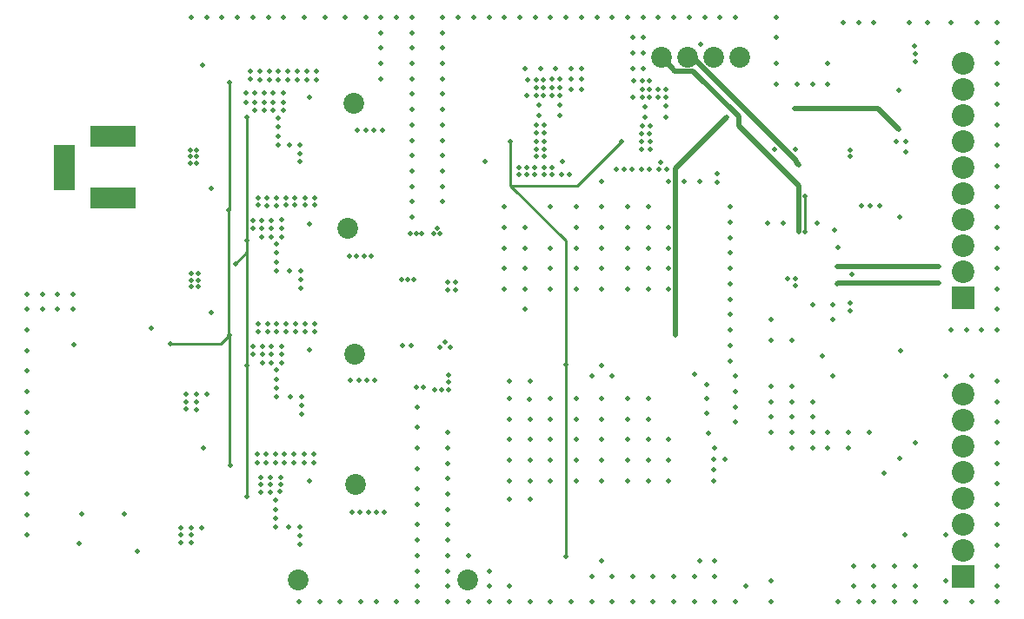
<source format=gbr>
G04 #@! TF.GenerationSoftware,KiCad,Pcbnew,5.1.5-52549c5~84~ubuntu18.04.1*
G04 #@! TF.CreationDate,2019-12-01T16:37:40+01:00*
G04 #@! TF.ProjectId,power_control_ipe_v1,706f7765-725f-4636-9f6e-74726f6c5f69,rev?*
G04 #@! TF.SameCoordinates,Original*
G04 #@! TF.FileFunction,Copper,L3,Inr*
G04 #@! TF.FilePolarity,Positive*
%FSLAX46Y46*%
G04 Gerber Fmt 4.6, Leading zero omitted, Abs format (unit mm)*
G04 Created by KiCad (PCBNEW 5.1.5-52549c5~84~ubuntu18.04.1) date 2019-12-01 16:37:40*
%MOMM*%
%LPD*%
G04 APERTURE LIST*
%ADD10C,2.020000*%
%ADD11C,2.200000*%
%ADD12R,2.200000X2.200000*%
%ADD13R,4.500000X2.000000*%
%ADD14R,2.000000X4.500000*%
%ADD15C,0.500000*%
%ADD16C,0.508000*%
%ADD17C,0.250000*%
G04 APERTURE END LIST*
D10*
X190524200Y-149769600D03*
X189799200Y-124744600D03*
X190399200Y-112594600D03*
X190474200Y-136994600D03*
X184974200Y-159044600D03*
X201424200Y-159069600D03*
D11*
X249694200Y-140889600D03*
X249694200Y-143429600D03*
X249694200Y-145969600D03*
X249694200Y-148509600D03*
X249694200Y-151049600D03*
X249694200Y-153589600D03*
X249694200Y-156129600D03*
D12*
X249694200Y-158669600D03*
D11*
X249684200Y-108659600D03*
X249684200Y-111199600D03*
X249684200Y-113739600D03*
X249684200Y-116279600D03*
X249684200Y-118819600D03*
X249684200Y-121359600D03*
X249684200Y-123899600D03*
X249684200Y-126439600D03*
X249684200Y-128979600D03*
D12*
X249684200Y-131519600D03*
D10*
X220294200Y-108119600D03*
X222834200Y-108119600D03*
X225374200Y-108119600D03*
X227914200Y-108119600D03*
D13*
X166878000Y-115795800D03*
X166878000Y-121795800D03*
D14*
X162178000Y-118795800D03*
D15*
X170599200Y-134525000D03*
X175024200Y-117169600D03*
X175024200Y-117769600D03*
X175024200Y-118369600D03*
X174424200Y-117169600D03*
X174424200Y-117769600D03*
X174424200Y-118369600D03*
X174494200Y-129199600D03*
X175194200Y-129199600D03*
X174494200Y-129799600D03*
X175194200Y-129799600D03*
X174494200Y-130399600D03*
X175194200Y-130399600D03*
X168024200Y-152649600D03*
X173524200Y-153939600D03*
X174524200Y-153939600D03*
X174524200Y-154669600D03*
X173524200Y-154669600D03*
X173524200Y-155419600D03*
X174524200Y-155419600D03*
X175524200Y-153939600D03*
X175024200Y-141669600D03*
X175014200Y-142439600D03*
X174014200Y-142389600D03*
X174024200Y-141669600D03*
X174024200Y-140949600D03*
X175044200Y-140959600D03*
X176044200Y-140939600D03*
X181024200Y-122499600D03*
X184124200Y-128869600D03*
X182824200Y-128069600D03*
X182824200Y-127169600D03*
X182824200Y-122519600D03*
X180524200Y-123979600D03*
X181924200Y-121769600D03*
X185224200Y-130569600D03*
X185624200Y-122509600D03*
X186524200Y-122509600D03*
X181024200Y-121769600D03*
X186524200Y-121769600D03*
X181424200Y-124769600D03*
X185624200Y-121769600D03*
X184624200Y-122509600D03*
X182824200Y-126269600D03*
X181424200Y-123979600D03*
X183324200Y-124769600D03*
X180524200Y-124769600D03*
X183324200Y-123949600D03*
X182324200Y-125569600D03*
X182824200Y-121769600D03*
X184624200Y-121769600D03*
X182324200Y-123979600D03*
X183724200Y-122509600D03*
X185224200Y-129769600D03*
X181914200Y-122519600D03*
X183724200Y-121769600D03*
X182324200Y-124769600D03*
X181424200Y-125569600D03*
X183324200Y-125569600D03*
X182824200Y-128869600D03*
X185204200Y-128889600D03*
X183754200Y-134849600D03*
X181954200Y-134849600D03*
X181054200Y-134849600D03*
X182344200Y-137869600D03*
X185244200Y-142869600D03*
X186554200Y-134849600D03*
X181944200Y-134069600D03*
X185244200Y-142069600D03*
X182844200Y-134069600D03*
X183744200Y-134069600D03*
X182844200Y-140369600D03*
X182844200Y-141169600D03*
X186544200Y-134069600D03*
X182854200Y-134849600D03*
X183344200Y-137869600D03*
X184654200Y-134849600D03*
X182844200Y-138569600D03*
X181444200Y-137869600D03*
X184144200Y-141169600D03*
X185244200Y-141159600D03*
X181044200Y-134069600D03*
X183344200Y-137069600D03*
X185644200Y-134069600D03*
X185654200Y-134849600D03*
X184644200Y-134069600D03*
X183624200Y-147649600D03*
X181824200Y-147659600D03*
X180924200Y-147659600D03*
X182224200Y-150469600D03*
X185124200Y-155549600D03*
X186424200Y-147649600D03*
X181824200Y-146749600D03*
X185124200Y-154749600D03*
X183224200Y-149079600D03*
X182724200Y-146749600D03*
X183624200Y-146749600D03*
X182724200Y-153049600D03*
X182724200Y-153849600D03*
X186424200Y-146749600D03*
X182724200Y-147659600D03*
X183194200Y-150449600D03*
X184524200Y-147649600D03*
X182724200Y-151249600D03*
X181324200Y-150469600D03*
X184024200Y-153849600D03*
X185124200Y-153849600D03*
X180924200Y-146749600D03*
X183224200Y-149749600D03*
X185524200Y-146749600D03*
X185524200Y-147649600D03*
X184524200Y-146749600D03*
X181334200Y-149089600D03*
X182724200Y-152149600D03*
X182224200Y-149749600D03*
X181324200Y-149749600D03*
X182214200Y-149089600D03*
X181444200Y-136289600D03*
X182844200Y-139469600D03*
X180544200Y-136289600D03*
X182344200Y-137069600D03*
X180544200Y-137069600D03*
X181444200Y-137069600D03*
X182344200Y-136289600D03*
X180724200Y-111569600D03*
X181624200Y-111569600D03*
X182524200Y-111569600D03*
X180724200Y-112469600D03*
X181624200Y-112469600D03*
X182524200Y-112469600D03*
X163060000Y-136110000D03*
X195644200Y-129769600D03*
X196224200Y-129769600D03*
X196424200Y-125269600D03*
X195124200Y-136169600D03*
X195924200Y-136169600D03*
X195824200Y-125269600D03*
X197124200Y-140269600D03*
X196424200Y-140269600D03*
X180324200Y-109469600D03*
X181224200Y-109469600D03*
X182124200Y-109469600D03*
X183024200Y-109469600D03*
X183924200Y-109469600D03*
X184824200Y-109469600D03*
X185824200Y-109469600D03*
X186724200Y-109469600D03*
X183524200Y-112469600D03*
X183524200Y-113269600D03*
X182524200Y-113269600D03*
X181624200Y-113269600D03*
X180724200Y-113269600D03*
X180314200Y-110179600D03*
X181224200Y-110289600D03*
X182124200Y-110299600D03*
X183014200Y-110299600D03*
X183524200Y-111559600D03*
X183924200Y-110269600D03*
X184824200Y-110269600D03*
X185824200Y-110269600D03*
X186724200Y-110269600D03*
X183024200Y-113969600D03*
X183024200Y-114869600D03*
X183024200Y-115769600D03*
X183024200Y-116669600D03*
X184124200Y-116669600D03*
X185124200Y-116659600D03*
X185124200Y-117469600D03*
X185124200Y-118269600D03*
X183344200Y-136249600D03*
X179824200Y-112469600D03*
X179824200Y-111569600D03*
X195054200Y-129769600D03*
X196994200Y-125269600D03*
X158524200Y-154669600D03*
X158524200Y-152669600D03*
X158524200Y-150669600D03*
X158524200Y-148669600D03*
X158524200Y-146669600D03*
X158524200Y-144669600D03*
X158524200Y-142669600D03*
X158524200Y-140669600D03*
X158524200Y-138669600D03*
X158524200Y-136669600D03*
X158524200Y-134669600D03*
X158524200Y-131169600D03*
X158524200Y-132669600D03*
X160024200Y-131169600D03*
X161524200Y-131169600D03*
X161524200Y-132669600D03*
X160024200Y-132669600D03*
X163024200Y-131169600D03*
X163024200Y-132669600D03*
X174524200Y-104169600D03*
X176024200Y-104169600D03*
X177524200Y-104169600D03*
X179024200Y-104169600D03*
X180524200Y-104169600D03*
X182024200Y-104169600D03*
X183524200Y-104169600D03*
X185524200Y-104169600D03*
X187524200Y-104169600D03*
X189524200Y-104169600D03*
X191524200Y-104169600D03*
X193024200Y-104169600D03*
X194524200Y-104169600D03*
X196024200Y-104169600D03*
X196024200Y-105669600D03*
X196024200Y-107169600D03*
X196024200Y-108669600D03*
X196024200Y-110169600D03*
X196024200Y-111669600D03*
X193024200Y-105669600D03*
X193024200Y-107169600D03*
X193024200Y-108669600D03*
X193024200Y-110169600D03*
X196024200Y-113169600D03*
X196024200Y-114669600D03*
X196024200Y-116169600D03*
X196024200Y-117669600D03*
X196024200Y-119169600D03*
X196024200Y-120669600D03*
X196024200Y-122169600D03*
X196024200Y-123669600D03*
X196524200Y-161169600D03*
X194524200Y-161169600D03*
X192524200Y-161169600D03*
X191024200Y-161169600D03*
X189024200Y-161169600D03*
X187024200Y-161169600D03*
X185024200Y-161169600D03*
X196524200Y-159669600D03*
X196524200Y-158169600D03*
X196524200Y-156669600D03*
X196524200Y-155169600D03*
X196524200Y-153669600D03*
X196524200Y-151669600D03*
X196524200Y-150169600D03*
X196524200Y-148169600D03*
X196524200Y-146169600D03*
X196524200Y-144169600D03*
X196524200Y-142169600D03*
X219024200Y-147369600D03*
X217024200Y-147369600D03*
X221024200Y-145369600D03*
X217024200Y-141369600D03*
X209524200Y-145369600D03*
X217024200Y-149369600D03*
X219024200Y-141369600D03*
X207532200Y-149369600D03*
X205532200Y-141369600D03*
X214524200Y-145369600D03*
X207532200Y-143369600D03*
X221024200Y-149369600D03*
X219024200Y-149369600D03*
X207532200Y-145369600D03*
X209524200Y-141369600D03*
X212024200Y-149369600D03*
X205532200Y-143369600D03*
X212024200Y-143369600D03*
X214524200Y-141369600D03*
X214524200Y-149369600D03*
X214524200Y-147369600D03*
X214524200Y-143369600D03*
X219024200Y-143369600D03*
X212024200Y-141369600D03*
X219024200Y-145369600D03*
X209524200Y-147369600D03*
X209524200Y-149369600D03*
X221024200Y-147369600D03*
X205532200Y-147369600D03*
X212024200Y-147369600D03*
X217024200Y-143369600D03*
X205532200Y-149369600D03*
X207532200Y-147369600D03*
X220074200Y-118969600D03*
X217474200Y-118969600D03*
X216724200Y-118969600D03*
X220824200Y-118969600D03*
X219174200Y-118969600D03*
X215924200Y-118969600D03*
X218374200Y-118969600D03*
X209524200Y-143369600D03*
X220749200Y-113894600D03*
X219149200Y-111194600D03*
X217599200Y-110394600D03*
X218449200Y-111194600D03*
X218749200Y-113894600D03*
X219999200Y-111194600D03*
X219149200Y-111944600D03*
X219199200Y-114794600D03*
X218449200Y-114794600D03*
X219999200Y-111944600D03*
X217549200Y-111944600D03*
X220749200Y-112844600D03*
X218449200Y-110394600D03*
X218449200Y-111944600D03*
X220749200Y-111194600D03*
X218749200Y-112894600D03*
X219149200Y-110394600D03*
X220749200Y-111944600D03*
X208099200Y-116319600D03*
X219199200Y-117069600D03*
X218399200Y-117069600D03*
X218399200Y-116294600D03*
X218424200Y-115569600D03*
X219174200Y-115544600D03*
X205532200Y-145369600D03*
X212024200Y-145369600D03*
X217024200Y-145369600D03*
X219024200Y-122669600D03*
X217024200Y-122669600D03*
X214524200Y-122669600D03*
X212024200Y-122669600D03*
X209524200Y-122669600D03*
X212024200Y-124669600D03*
X214524200Y-124669600D03*
X217024200Y-124669600D03*
X219024200Y-124669600D03*
X219024200Y-126669600D03*
X217024200Y-126669600D03*
X214524200Y-126669600D03*
X212024200Y-126669600D03*
X209524200Y-126669600D03*
X219024200Y-128669600D03*
X217024200Y-128669600D03*
X214524200Y-128669600D03*
X212024200Y-128669600D03*
X209524200Y-128669600D03*
X219024200Y-130669600D03*
X217024200Y-130669600D03*
X214524200Y-130669600D03*
X212024200Y-130669600D03*
X209524200Y-130669600D03*
X240664200Y-122569600D03*
X208864200Y-117029600D03*
X208874200Y-115469600D03*
X208124200Y-115469600D03*
X198224200Y-140469600D03*
X198924200Y-140469600D03*
X199624200Y-140469600D03*
X199624200Y-139769600D03*
X199624200Y-139069600D03*
X199224200Y-135869600D03*
X199774200Y-136319600D03*
X199524200Y-130769600D03*
X199524200Y-129969600D03*
X200224200Y-129969600D03*
X200224200Y-130769600D03*
X208124200Y-114669600D03*
X208424200Y-113769600D03*
X208874200Y-114669600D03*
X210424200Y-113769600D03*
X208424200Y-112769600D03*
X210424200Y-112719600D03*
X207224200Y-111819600D03*
X208124200Y-111819600D03*
X208824200Y-111819600D03*
X209674200Y-111819600D03*
X210424200Y-111819600D03*
X208874200Y-117759600D03*
X208099200Y-117769600D03*
X208874200Y-118819600D03*
X207974200Y-118819600D03*
X209674200Y-118819600D03*
X207224200Y-118819600D03*
X206424200Y-118819600D03*
X206424200Y-119469600D03*
X207224200Y-119469600D03*
X207974200Y-119469600D03*
X208874200Y-119469600D03*
X209674200Y-119469600D03*
X210574200Y-119469600D03*
X211324200Y-119469600D03*
X208124200Y-111069600D03*
X208124200Y-110269600D03*
X209674200Y-111069600D03*
X208824200Y-111069600D03*
X210424200Y-111069600D03*
X207274200Y-110269600D03*
X208824200Y-110269600D03*
X209674200Y-110219600D03*
X210424200Y-110219600D03*
X198174200Y-125269600D03*
X198774200Y-125269600D03*
X198474200Y-124719600D03*
X198774200Y-136319600D03*
X238674200Y-132069600D03*
X238674200Y-132769600D03*
X238724200Y-117769600D03*
X238724200Y-117119600D03*
X243224200Y-116319600D03*
X244124200Y-117269600D03*
X244124200Y-116319600D03*
X246224200Y-104679600D03*
X244424200Y-104669600D03*
X232634200Y-129699600D03*
X233374200Y-129689600D03*
X233364200Y-130329600D03*
X241554200Y-122569600D03*
X239844200Y-122569600D03*
X244994200Y-106939600D03*
X245014200Y-107759600D03*
X245034200Y-108499600D03*
X231024200Y-135669600D03*
X233024200Y-135669600D03*
X231024200Y-133669600D03*
X236024200Y-137169600D03*
X237024200Y-139169600D03*
X235024200Y-132169600D03*
X237024200Y-132169600D03*
X237024200Y-133669600D03*
X248524200Y-134669600D03*
X250024200Y-134669600D03*
X251524200Y-134669600D03*
X253024200Y-134669600D03*
X253024200Y-132669600D03*
X253024200Y-130669600D03*
X253024200Y-128669600D03*
X253024200Y-126669600D03*
X253024200Y-124669600D03*
X253024200Y-122669600D03*
X253024200Y-120669600D03*
X253024200Y-118669600D03*
X253024200Y-116669600D03*
X253024200Y-114669600D03*
X253024200Y-112669600D03*
X253024200Y-110669600D03*
X253024200Y-108669600D03*
X253024200Y-106669600D03*
X253024200Y-104669600D03*
X251024200Y-104669600D03*
X248524200Y-104669600D03*
X233524200Y-110669600D03*
X231524200Y-110669600D03*
X231524200Y-108669600D03*
X207024200Y-132669600D03*
X207024200Y-130669600D03*
X207024200Y-128669600D03*
X207024200Y-126669600D03*
X207024200Y-124669600D03*
X205024200Y-124669600D03*
X205024200Y-126669600D03*
X205024200Y-128669600D03*
X205024200Y-130669600D03*
X221024200Y-130669600D03*
X221024200Y-128669600D03*
X221024200Y-126669600D03*
X205024200Y-122669600D03*
X214524200Y-120169600D03*
X208872100Y-116321700D03*
X231344200Y-117059600D03*
X233404200Y-117049600D03*
X230684200Y-124239600D03*
X232164200Y-124239600D03*
X235524200Y-124269600D03*
X237204200Y-124889600D03*
X237494200Y-126639600D03*
X238874200Y-129239600D03*
X225434200Y-147249600D03*
X225404200Y-149379600D03*
X226484200Y-147239600D03*
X225384200Y-148259600D03*
X208100050Y-117045450D03*
X219187600Y-116306200D03*
X221024200Y-120169600D03*
X222524200Y-120169600D03*
X224024200Y-120169600D03*
X199024200Y-110169600D03*
X199024200Y-108669600D03*
X199024200Y-107169600D03*
X199024200Y-105669600D03*
X199024200Y-104169600D03*
X200524200Y-104169600D03*
X202024200Y-104169600D03*
X203524200Y-104169600D03*
X205024200Y-104169600D03*
X206524200Y-104169600D03*
X208024200Y-104169600D03*
X209524200Y-104169600D03*
X211024200Y-104169600D03*
X212524200Y-104169600D03*
X214024200Y-104169600D03*
X215524200Y-104169600D03*
X217024200Y-104169600D03*
X218524200Y-104169600D03*
X220024200Y-104169600D03*
X221524200Y-104169600D03*
X223024200Y-104169600D03*
X224524200Y-104169600D03*
X226024200Y-104169600D03*
X227524200Y-104169600D03*
X199524200Y-161169600D03*
X201524200Y-161169600D03*
X203524200Y-161169600D03*
X205524200Y-161169600D03*
X207524200Y-161169600D03*
X209524200Y-161169600D03*
X211524200Y-161169600D03*
X213524200Y-161169600D03*
X215524200Y-161169600D03*
X217524200Y-161169600D03*
X219524200Y-161169600D03*
X221524200Y-161169600D03*
X223524200Y-161169600D03*
X225524200Y-161169600D03*
X227524200Y-161169600D03*
X228524200Y-159669600D03*
X227024200Y-122669600D03*
X227024200Y-124169600D03*
X227024200Y-125669600D03*
X227024200Y-127169600D03*
X227024200Y-128669600D03*
X227024200Y-130169600D03*
X227024200Y-131669600D03*
X227024200Y-133169600D03*
X227024200Y-134669600D03*
X227024200Y-136169600D03*
X227024200Y-137669600D03*
X227524200Y-139169600D03*
X227524200Y-140669600D03*
X227524200Y-142169600D03*
X227524200Y-143669600D03*
X199024200Y-111669600D03*
X199024200Y-113169600D03*
X199024200Y-114669600D03*
X199024200Y-116169600D03*
X199024200Y-117669600D03*
X199024200Y-119169600D03*
X199024200Y-120669600D03*
X199024200Y-122169600D03*
X199524200Y-159669600D03*
X199524200Y-158169600D03*
X199524200Y-156669600D03*
X199524200Y-155169600D03*
X199524200Y-153669600D03*
X199524200Y-152169600D03*
X199524200Y-150669600D03*
X199524200Y-149169600D03*
X199524200Y-147669600D03*
X199524200Y-146169600D03*
X199524200Y-144669600D03*
X201524200Y-156669600D03*
X203524200Y-159669600D03*
X203524200Y-158169600D03*
X205524200Y-159669600D03*
X213524200Y-158669600D03*
X215524200Y-158669600D03*
X214524200Y-157169600D03*
X217524200Y-158669600D03*
X219524200Y-158669600D03*
X221524200Y-158669600D03*
X223524200Y-158669600D03*
X225524200Y-158669600D03*
X225524200Y-157169600D03*
X224024200Y-157169600D03*
X207532200Y-151169600D03*
X205532200Y-151169600D03*
X205532200Y-139669600D03*
X207532200Y-139669600D03*
X213524200Y-139169600D03*
X215524200Y-139169600D03*
X214524200Y-138169600D03*
X221024200Y-124669600D03*
X241024200Y-104669600D03*
X239524200Y-104669600D03*
X238024200Y-104669600D03*
X235024200Y-110669600D03*
X236524200Y-110669600D03*
X236524200Y-108669600D03*
X231524200Y-104169600D03*
X231524200Y-106169600D03*
X211524200Y-110169600D03*
X212524200Y-110169600D03*
X211524200Y-111169600D03*
X212524200Y-111169600D03*
X212524200Y-109169600D03*
X211524200Y-109169600D03*
X210024200Y-109169600D03*
X208524200Y-109169600D03*
X207024200Y-109169600D03*
X217524200Y-109169600D03*
X217524200Y-107669600D03*
X217524200Y-106169600D03*
X218524200Y-106169600D03*
X218524200Y-107669600D03*
X218524200Y-109169600D03*
X225524200Y-146169600D03*
X224924200Y-144769600D03*
X224724200Y-142769600D03*
X224724200Y-141369600D03*
X224724200Y-139969600D03*
X223524200Y-138969600D03*
X224174200Y-106789600D03*
X207502200Y-141439600D03*
X231024200Y-140169600D03*
X233024200Y-140169600D03*
X231024200Y-141669600D03*
X233024200Y-141669600D03*
X231024200Y-143169600D03*
X233024200Y-143169600D03*
X235024200Y-143169600D03*
X235024200Y-141669600D03*
X248024200Y-154669600D03*
X248024200Y-159169600D03*
X244024200Y-154669600D03*
X231024200Y-144669600D03*
X233024200Y-144669600D03*
X235024200Y-144669600D03*
X231024200Y-161169600D03*
X231024200Y-159169600D03*
X241024200Y-159669600D03*
X243024200Y-159669600D03*
X245024200Y-159669600D03*
X245024200Y-157669600D03*
X243024200Y-157669600D03*
X241024200Y-157669600D03*
X239024200Y-157669600D03*
X253024200Y-159669600D03*
X253024200Y-157669600D03*
X253024200Y-155669600D03*
X253024200Y-153669600D03*
X253024200Y-151669600D03*
X253024200Y-149669600D03*
X253024200Y-147669600D03*
X253024200Y-145669600D03*
X253024200Y-143669600D03*
X253024200Y-141669600D03*
X253024200Y-139669600D03*
X250524200Y-139169600D03*
X248024200Y-139169600D03*
X235024200Y-146169600D03*
X233024200Y-146169600D03*
X236524200Y-146169600D03*
X238524200Y-146169600D03*
X238524200Y-144669600D03*
X236524200Y-144669600D03*
X240524200Y-144669600D03*
X242024200Y-148669600D03*
X243524200Y-147169600D03*
X245024200Y-145669600D03*
X239524200Y-161169600D03*
X241024200Y-161169600D03*
X243024200Y-161169600D03*
X245024200Y-161169600D03*
X237524200Y-161169600D03*
X239024200Y-159669600D03*
X248024200Y-161169600D03*
X250524200Y-161169600D03*
X253024200Y-161169600D03*
X221674200Y-135169600D03*
X226654200Y-113919600D03*
X237424200Y-128519600D03*
X247324200Y-128519600D03*
X237424200Y-130169600D03*
X247334200Y-130099600D03*
X210684200Y-118269600D03*
X203144200Y-118279600D03*
X220254200Y-118309600D03*
X205614200Y-116329600D03*
X216404200Y-116309600D03*
X210984200Y-156769600D03*
X210984200Y-138019600D03*
X163884200Y-152639600D03*
X163634200Y-155459600D03*
X233254200Y-113099600D03*
X243464200Y-115109600D03*
X233674200Y-118569600D03*
X233674200Y-125119600D03*
X179974200Y-113894600D03*
X179974200Y-125969600D03*
X179974200Y-150944600D03*
X178844200Y-128189600D03*
X179974200Y-138144600D03*
X189894200Y-127459600D03*
X190634200Y-127469600D03*
X191384200Y-127459600D03*
X192084200Y-127469600D03*
X176434200Y-120869600D03*
X186025000Y-124347000D03*
X193324200Y-152469600D03*
X192574200Y-152469600D03*
X191774200Y-152469600D03*
X190974200Y-152469600D03*
X190224200Y-152469600D03*
X175668800Y-146155000D03*
X186075800Y-149358000D03*
X169234200Y-156229600D03*
X178250000Y-110500000D03*
X178200000Y-122981400D03*
X178333200Y-147910000D03*
X178240000Y-135210000D03*
X172524200Y-136039600D03*
X225724200Y-120269600D03*
X225724200Y-119419600D03*
X234324200Y-125119600D03*
X234324200Y-121614600D03*
X243574200Y-136669600D03*
X243464200Y-111329600D03*
X243494200Y-123669600D03*
X191624200Y-139569600D03*
X192424200Y-139569600D03*
X190824200Y-139569600D03*
X190024200Y-139569600D03*
X176484200Y-132989600D03*
X186075800Y-136589800D03*
X193124200Y-115169600D03*
X192324200Y-115169600D03*
X191524200Y-115169600D03*
X190724200Y-115169600D03*
X175589600Y-108815000D03*
X186075800Y-112002600D03*
D16*
X221674200Y-135169600D02*
X221674200Y-118899600D01*
X221674200Y-118899600D02*
X226654200Y-113919600D01*
D17*
X247324200Y-128519600D02*
X247324200Y-128519600D01*
D16*
X237424200Y-128519600D02*
X247324200Y-128519600D01*
D17*
X247334200Y-130099600D02*
X247334200Y-130099600D01*
D16*
X237494200Y-130099600D02*
X237424200Y-130169600D01*
X247334200Y-130099600D02*
X237494200Y-130099600D01*
D17*
X205634200Y-116309600D02*
X205614200Y-116329600D01*
X210984200Y-125979600D02*
X210984200Y-138019600D01*
X205614200Y-120609600D02*
X210984200Y-125979600D01*
X210984200Y-138019600D02*
X210984200Y-156769600D01*
X216404200Y-116309600D02*
X212144200Y-120569600D01*
X212144200Y-120569600D02*
X209854200Y-120569600D01*
X205614200Y-116329600D02*
X205624200Y-120569600D01*
X209854200Y-120569600D02*
X205624200Y-120569600D01*
X205624200Y-120569600D02*
X205614200Y-120609600D01*
D16*
X241454200Y-113099600D02*
X243464200Y-115109600D01*
X233254200Y-113099600D02*
X241454200Y-113099600D01*
D17*
X223224200Y-108119600D02*
X222834200Y-108119600D01*
D16*
X223385078Y-108119600D02*
X222834200Y-108119600D01*
X233424201Y-118158723D02*
X223385078Y-108119600D01*
X233424201Y-118319601D02*
X233424201Y-118158723D01*
X233674200Y-118569600D02*
X233424201Y-118319601D01*
X227824200Y-114745154D02*
X227824200Y-113869600D01*
X233674200Y-120595154D02*
X227824200Y-114745154D01*
X227824200Y-113869600D02*
X223418201Y-109463601D01*
X221638201Y-109463601D02*
X221304199Y-109129599D01*
X221304199Y-109129599D02*
X220294200Y-108119600D01*
X233674200Y-125119600D02*
X233674200Y-120595154D01*
X223418201Y-109463601D02*
X221638201Y-109463601D01*
D17*
X179974200Y-125969600D02*
X179974200Y-113894600D01*
X179974200Y-125969600D02*
X179974200Y-138144600D01*
X179974200Y-138144600D02*
X179974200Y-150944600D01*
X179974200Y-125969600D02*
X179974200Y-127059600D01*
X179974200Y-127059600D02*
X178844200Y-128189600D01*
X178250000Y-122931400D02*
X178200000Y-122981400D01*
X178250000Y-110500000D02*
X178250000Y-122931400D01*
X178200000Y-135170000D02*
X178240000Y-135210000D01*
X178200000Y-122981400D02*
X178200000Y-135170000D01*
X178240000Y-147816800D02*
X178333200Y-147910000D01*
X178240000Y-135210000D02*
X178240000Y-147816800D01*
X178240000Y-135210000D02*
X177424200Y-136025800D01*
X177424200Y-136025800D02*
X172538000Y-136025800D01*
X172538000Y-136025800D02*
X172524200Y-136039600D01*
X234324200Y-125119600D02*
X234324200Y-121614600D01*
M02*

</source>
